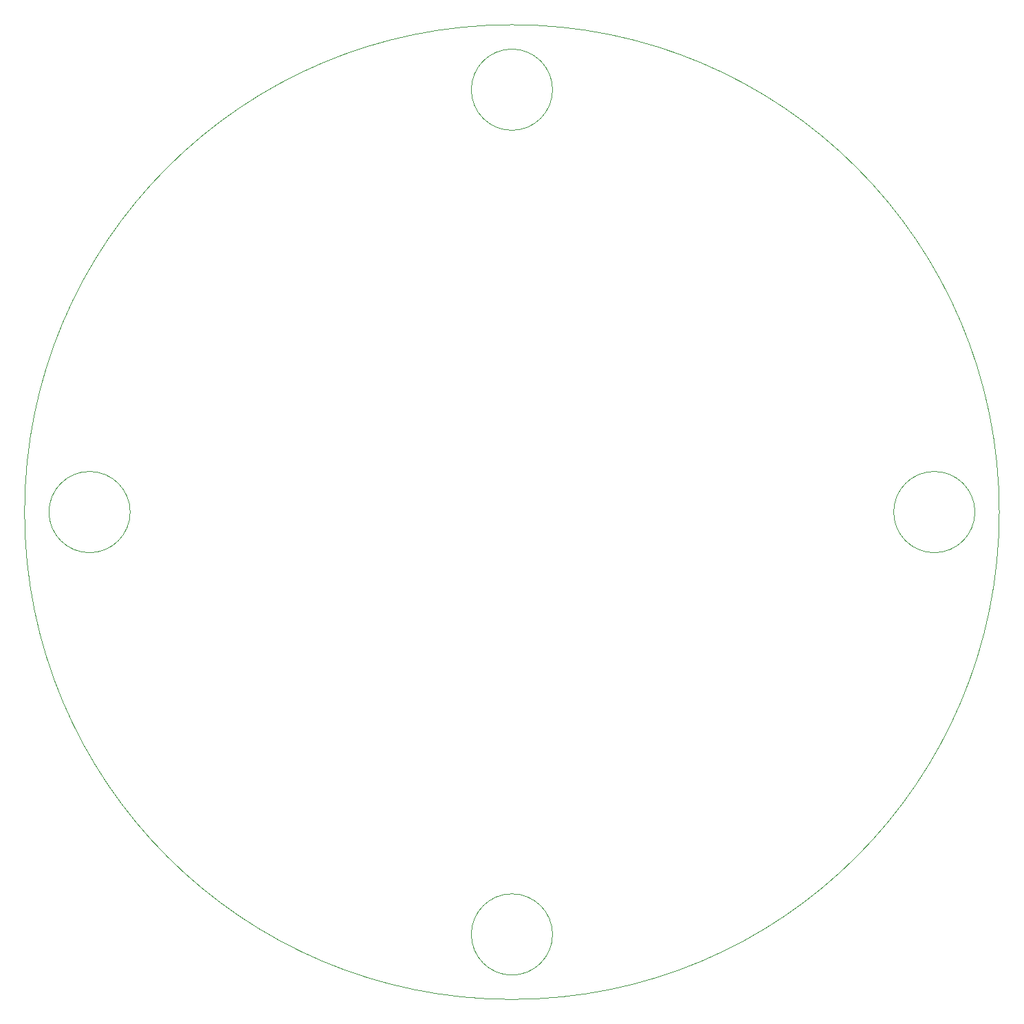
<source format=gbr>
%TF.GenerationSoftware,KiCad,Pcbnew,8.0.6*%
%TF.CreationDate,2025-01-31T16:33:36-05:00*%
%TF.ProjectId,Wire Spool Antenna Blank V1.2,57697265-2053-4706-9f6f-6c20416e7465,rev?*%
%TF.SameCoordinates,Original*%
%TF.FileFunction,Profile,NP*%
%FSLAX46Y46*%
G04 Gerber Fmt 4.6, Leading zero omitted, Abs format (unit mm)*
G04 Created by KiCad (PCBNEW 8.0.6) date 2025-01-31 16:33:36*
%MOMM*%
%LPD*%
G01*
G04 APERTURE LIST*
%TA.AperFunction,Profile*%
%ADD10C,0.050000*%
%TD*%
G04 APERTURE END LIST*
D10*
X105000000Y-152000000D02*
G75*
G02*
X95000000Y-152000000I-5000000J0D01*
G01*
X95000000Y-152000000D02*
G75*
G02*
X105000000Y-152000000I5000000J0D01*
G01*
X53000000Y-100000000D02*
G75*
G02*
X43000000Y-100000000I-5000000J0D01*
G01*
X43000000Y-100000000D02*
G75*
G02*
X53000000Y-100000000I5000000J0D01*
G01*
X157000000Y-100000000D02*
G75*
G02*
X147000000Y-100000000I-5000000J0D01*
G01*
X147000000Y-100000000D02*
G75*
G02*
X157000000Y-100000000I5000000J0D01*
G01*
X105000000Y-48000000D02*
G75*
G02*
X95000000Y-48000000I-5000000J0D01*
G01*
X95000000Y-48000000D02*
G75*
G02*
X105000000Y-48000000I5000000J0D01*
G01*
X160000000Y-100000000D02*
G75*
G02*
X40000000Y-100000000I-60000000J0D01*
G01*
X40000000Y-100000000D02*
G75*
G02*
X160000000Y-100000000I60000000J0D01*
G01*
M02*

</source>
